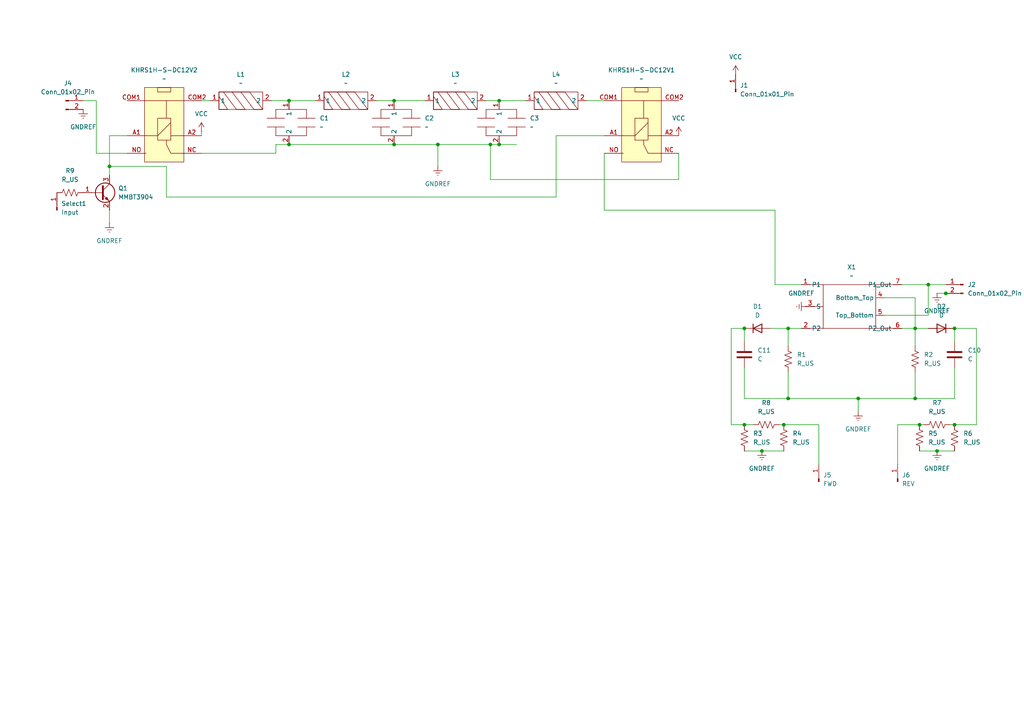
<source format=kicad_sch>
(kicad_sch (version 20250114) (generator "eeschema") (generator_version "9.0")
  (paper "A4")
  (lib_symbols
    (symbol "Connector:Conn_01x01_Pin" (pin_names (offset 1.016) (hide yes))
      (property "Reference" "J" (at 0 2.54 0))
      (property "Value" "Conn_01x01_Pin" (at 0 -2.54 0))
      (symbol "Conn_01x01_Pin_1_1"
        (rectangle (start 0.8636 0.127) (end 0 -0.127) (stroke (width 0.1524)) (fill (type outline)))
        (polyline (pts (xy 1.27 0) (xy 0.8636 0)) (stroke (width 0.1524)))
        (pin passive line (at 5.08 0 180) (length 3.81) (name "Pin_1") (number "1"))
      )
    )
    (symbol "Connector:Conn_01x02_Pin" (pin_names (offset 1.016) (hide yes))
      (property "Reference" "J" (at 0 2.54 0))
      (property "Value" "Conn_01x02_Pin" (at 0 -5.08 0))
      (symbol "Conn_01x02_Pin_1_1"
        (rectangle (start 0.8636 0.127) (end 0 -0.127) (stroke (width 0.1524)) (fill (type outline)))
        (rectangle (start 0.8636 -2.413) (end 0 -2.667) (stroke (width 0.1524)) (fill (type outline)))
        (polyline (pts (xy 1.27 0) (xy 0.8636 0)) (stroke (width 0.1524)))
        (polyline (pts (xy 1.27 -2.54) (xy 0.8636 -2.54)) (stroke (width 0.1524)))
        (pin passive line (at 5.08 0 180) (length 3.81) (name "Pin_1") (number "1"))
        (pin passive line (at 5.08 -2.54 180) (length 3.81) (name "Pin_2") (number "2"))
      )
    )
    (symbol "Device:C" (pin_numbers (hide yes)) (pin_names (offset 0.254))
      (property "Reference" "C" (at 0.635 2.54 0))
      (property "Value" "C" (at 0.635 -2.54 0))
      (symbol "C_0_1"
        (polyline (pts (xy -2.032 0.762) (xy 2.032 0.762)) (stroke (width 0.508)))
        (polyline (pts (xy -2.032 -0.762) (xy 2.032 -0.762)) (stroke (width 0.508)))
      )
      (symbol "C_1_1"
        (pin passive line (at 0 3.81 270) (length 2.794) (name "~") (number "1"))
        (pin passive line (at 0 -3.81 90) (length 2.794) (name "~") (number "2"))
      )
    )
    (symbol "Device:D" (pin_numbers (hide yes)) (pin_names (offset 1.016) (hide yes))
      (property "Reference" "D" (at 0 2.54 0))
      (property "Value" "D" (at 0 -2.54 0))
      (symbol "D_0_1"
        (polyline (pts (xy -1.27 1.27) (xy -1.27 -1.27)) (stroke (width 0.254)))
        (polyline (pts (xy 1.27 1.27) (xy 1.27 -1.27) (xy -1.27 0) (xy 1.27 1.27)) (stroke (width 0.254)))
        (polyline (pts (xy 1.27 0) (xy -1.27 0)))
      )
      (symbol "D_1_1"
        (pin passive line (at -3.81 0 0) (length 2.54) (name "K") (number "1"))
        (pin passive line (at 3.81 0 180) (length 2.54) (name "A") (number "2"))
      )
    )
    (symbol "Device:R_US" (pin_numbers (hide yes)) (pin_names (offset 0))
      (property "Reference" "R" (at 2.54 0 90))
      (property "Value" "R_US" (at -2.54 0 90))
      (symbol "R_US_0_1"
        (polyline (pts (xy 0 2.286) (xy 0 2.54)))
        (polyline (pts (xy 0 2.286) (xy 1.016 1.905) (xy 0 1.524) (xy -1.016 1.143) (xy 0 0.762)))
        (polyline (pts (xy 0 0.762) (xy 1.016 0.381) (xy 0 0) (xy -1.016 -0.381) (xy 0 -0.762)))
        (polyline (pts (xy 0 -0.762) (xy 1.016 -1.143) (xy 0 -1.524) (xy -1.016 -1.905) (xy 0 -2.286)))
        (polyline (pts (xy 0 -2.286) (xy 0 -2.54)))
      )
      (symbol "R_US_1_1"
        (pin passive line (at 0 3.81 270) (length 1.27) (name "~") (number "1"))
        (pin passive line (at 0 -3.81 90) (length 1.27) (name "~") (number "2"))
      )
    )
    (symbol "Filter Components:Cap_Pad_"
      (property "Reference" "C" (at 2.286 2.54 0))
      (symbol "Cap_Pad__0_1"
        (polyline (pts (xy 5.08 1.27) (xy 10.16 1.27) (xy 7.62 1.27) (xy 7.62 -1.27)))
        (polyline (pts (xy 7.62 6.35) (xy 7.62 3.81) (xy 5.08 3.81) (xy 10.16 3.81)))
        (polyline (pts (xy 7.62 -1.27) (xy 16.51 -1.27)))
        (polyline (pts (xy 13.97 1.27) (xy 19.05 1.27) (xy 16.51 1.27) (xy 16.51 -1.27)))
        (polyline (pts (xy 16.51 6.35) (xy 7.62 6.35)))
        (polyline (pts (xy 16.51 6.35) (xy 16.51 3.81) (xy 13.97 3.81) (xy 19.05 3.81)))
      )
      (symbol "Cap_Pad__1_1"
        (pin free line (at 11.43 8.89 270) (length 2.54) (name "1") (number "1"))
        (pin free line (at 11.43 -3.81 90) (length 2.54) (name "2") (number "2"))
      )
    )
    (symbol "Filter Components:HRS1H_"
      (property "Reference" "KHRS1H-S-DC12V" (at 8.636 -19.05 0))
      (symbol "HRS1H__0_1"
        (polyline (pts (xy 0 1.27) (xy 2.54 1.27)))
        (rectangle (start 2.54 5.08) (end 13.97 -16.51) (fill (type color) (color 255 255 194 1)))
        (polyline (pts (xy 2.54 1.27) (xy 13.97 1.27) (xy 7.62 1.27) (xy 8.89 1.27) (xy 8.89 -3.81)))
        (polyline (pts (xy 2.54 -8.89) (xy 5.08 -8.89)))
        (polyline (pts (xy 5.08 -8.89) (xy 6.35 -8.89)))
        (rectangle (start 6.35 5.08) (end 10.16 3.81))
        (rectangle (start 6.35 -3.81) (end 10.16 -10.16))
        (polyline (pts (xy 6.35 -8.89) (xy 10.16 -5.08)))
        (polyline (pts (xy 8.89 -10.16) (xy 8.89 -11.43) (xy 10.16 -13.97)))
        (polyline (pts (xy 10.16 -13.97) (xy 10.16 -13.97)))
        (polyline (pts (xy 10.16 -13.97) (xy 11.43 -13.97)))
        (polyline (pts (xy 11.43 -8.89) (xy 10.16 -8.89)))
        (polyline (pts (xy 11.43 -8.89) (xy 13.97 -8.89)))
        (polyline (pts (xy 11.43 -13.97) (xy 13.97 -13.97)))
        (polyline (pts (xy 16.51 1.27) (xy 13.97 1.27)))
      )
      (symbol "HRS1H__1_1"
        (pin passive line (at -2.54 1.27 0) (length 2.54) (name "") (number "COM1"))
        (pin passive line (at -2.54 -8.89 0) (length 5.54) (name "") (number "A1"))
        (pin passive line (at -2.54 -13.97 0) (length 5.54) (name "") (number "NO"))
        (pin passive line (at 19.05 1.27 180) (length 2.54) (name "") (number "COM2"))
        (pin passive line (at 19.05 -8.89 180) (length 5.54) (name "") (number "A2"))
        (pin passive line (at 19.05 -13.97 180) (length 5.54) (name "") (number "NC"))
      )
    )
    (symbol "Filter Components:L"
      (property "Reference" "L" (at 0 0 0))
      (symbol "L_0_1"
        (rectangle (start 3.81 5.08) (end 8.89 -7.62))
        (polyline (pts (xy 8.89 3.81) (xy 3.81 0) (xy 3.81 -2.54) (xy 8.89 1.27) (xy 8.89 -1.27) (xy 3.81 -5.08) (xy 3.81 -7.62) (xy 8.89 -3.81) (xy 8.89 5.08) (xy 3.81 5.08) (xy 3.81 2.54) (xy 7.62 5.08)))
      )
      (symbol "L_1_1"
        (pin free line (at 6.35 7.62 270) (length 2.54) (name "1") (number "1"))
        (pin free line (at 6.35 -10.16 90) (length 2.54) (name "2") (number "2"))
      )
    )
    (symbol "Josef's Tandem Match:Tandem_Xfrmr"
      (property "Reference" "X" (at 0 0 0))
      (symbol "Tandem_Xfrmr_0_1"
        (polyline (pts (xy -11.43 6.35) (xy -7.62 6.35)))
        (polyline (pts (xy -11.43 -6.35) (xy -7.62 -6.35)))
        (polyline (pts (xy -10.16 0) (xy -7.62 0)))
        (rectangle (start -7.62 6.35) (end 7.62 -6.35))
        (polyline (pts (xy 7.62 -6.35) (xy 12.7 -6.35)))
        (polyline (pts (xy 12.7 6.35) (xy 7.62 6.35)))
        (polyline (pts (xy 12.7 -6.35) (xy 12.7 -6.35)))
      )
      (symbol "Tandem_Xfrmr_1_1"
        (pin input line (at -13.97 6.35 0) (length 2.54) (name "P1") (number "1"))
        (pin input line (at -13.97 -6.35 0) (length 2.54) (name "P2") (number "2"))
        (pin input line (at -12.7 0 0) (length 2.54) (name "S") (number "3"))
        (pin input line (at 10.16 2.54 180) (length 2.54) (name "Bottom_Top") (number "4"))
        (pin input line (at 10.16 -2.54 180) (length 2.54) (name "Top_Bottom") (number "5"))
        (pin input line (at 15.24 6.35 180) (length 2.54) (name "P1_Out") (number "7"))
        (pin input line (at 15.24 -6.35 180) (length 2.54) (name "P2_Out") (number "6"))
      )
    )
    (symbol "Transistor_BJT:MMBT3904" (pin_names (offset 0) (hide yes))
      (property "Reference" "Q" (at 5.08 1.905 0))
      (property "Value" "MMBT3904" (at 5.08 0 0))
      (symbol "MMBT3904_0_1"
        (polyline (pts (xy -2.54 0) (xy 0.635 0)))
        (polyline (pts (xy 0.635 1.905) (xy 0.635 -1.905)) (stroke (width 0.508)))
        (circle (center 1.27 0) (radius 2.8194) (stroke (width 0.254)))
      )
      (symbol "MMBT3904_1_1"
        (polyline (pts (xy 0.635 0.635) (xy 2.54 2.54)))
        (polyline (pts (xy 0.635 -0.635) (xy 2.54 -2.54)))
        (polyline (pts (xy 1.27 -1.778) (xy 1.778 -1.27) (xy 2.286 -2.286) (xy 1.27 -1.778)) (fill (type outline)))
        (pin input line (at -5.08 0 0) (length 2.54) (name "B") (number "1"))
        (pin passive line (at 2.54 5.08 270) (length 2.54) (name "C") (number "3"))
        (pin passive line (at 2.54 -5.08 90) (length 2.54) (name "E") (number "2"))
      )
    )
    (symbol "power:GNDREF" (power) (pin_numbers (hide yes)) (pin_names (offset 0) (hide yes))
      (property "Value" "GNDREF" (at 0 -3.81 0))
      (symbol "GNDREF_0_1"
        (polyline (pts (xy -0.635 -1.905) (xy 0.635 -1.905)))
        (polyline (pts (xy -0.127 -2.54) (xy 0.127 -2.54)))
        (polyline (pts (xy 0 -1.27) (xy 0 0)))
        (polyline (pts (xy 1.27 -1.27) (xy -1.27 -1.27)))
      )
      (symbol "GNDREF_1_1"
        (pin power_in line (at 0 0 270) (length 0) (name "~") (number "1"))
      )
    )
    (symbol "power:VCC" (power) (pin_numbers (hide yes)) (pin_names (offset 0) (hide yes))
      (property "Value" "VCC" (at 0 3.556 0))
      (symbol "VCC_0_1"
        (polyline (pts (xy -0.762 1.27) (xy 0 2.54)))
        (polyline (pts (xy 0 2.54) (xy 0.762 1.27)))
        (polyline (pts (xy 0 0) (xy 0 2.54)))
      )
      (symbol "VCC_1_1"
        (pin power_in line (at 0 0 90) (length 0) (name "~") (number "1"))
      )
    )
  )
  (junction (at 248.92 115.57))
  (junction (at 228.6 95.25))
  (junction (at 31.75 48.26))
  (junction (at 215.9 95.25))
  (junction (at 266.7 123.19))
  (junction (at 144.78 29.21))
  (junction (at 276.86 95.25))
  (junction (at 220.98 130.81))
  (junction (at 228.6 115.57))
  (junction (at 265.43 95.25))
  (junction (at 83.82 29.21))
  (junction (at 142.24 41.91))
  (junction (at 269.24 82.55))
  (junction (at 227.33 123.19))
  (junction (at 144.78 41.91))
  (junction (at 215.9 123.19))
  (junction (at 265.43 115.57))
  (junction (at 276.86 123.19))
  (junction (at 271.78 130.81))
  (junction (at 114.3 41.91))
  (junction (at 127 41.91))
  (junction (at 114.3 29.21))
  (junction (at 274.32 85.09))
  (junction (at 83.82 41.91))
  (wire (pts (xy 80.01 41.91) (xy 80.01 44.45)))
  (wire (pts (xy 261.62 82.55) (xy 269.24 82.55)))
  (wire (pts (xy 109.22 29.21) (xy 114.3 29.21)))
  (wire (pts (xy 228.6 100.33) (xy 228.6 95.25)))
  (wire (pts (xy 283.21 95.25) (xy 283.21 123.19)))
  (wire (pts (xy 265.43 95.25) (xy 269.24 95.25)))
  (wire (pts (xy 83.82 41.91) (xy 114.3 41.91)))
  (wire (pts (xy 215.9 106.68) (xy 215.9 115.57)))
  (wire (pts (xy 144.78 29.21) (xy 152.4 29.21)))
  (wire (pts (xy 237.49 134.62) (xy 237.49 123.19)))
  (wire (pts (xy 215.9 123.19) (xy 218.44 123.19)))
  (wire (pts (xy 276.86 106.68) (xy 276.86 115.57)))
  (wire (pts (xy 265.43 115.57) (xy 265.43 107.95)))
  (wire (pts (xy 215.9 130.81) (xy 220.98 130.81)))
  (wire (pts (xy 266.7 130.81) (xy 271.78 130.81)))
  (wire (pts (xy 31.75 50.8) (xy 31.75 48.26)))
  (wire (pts (xy 269.24 82.55) (xy 274.32 82.55)))
  (wire (pts (xy 31.75 60.96) (xy 31.75 64.77)))
  (wire (pts (xy 271.78 130.81) (xy 276.86 130.81)))
  (wire (pts (xy 58.42 38.1) (xy 58.42 39.37)))
  (wire (pts (xy 283.21 123.19) (xy 276.86 123.19)))
  (wire (pts (xy 175.26 44.45) (xy 175.26 60.96)))
  (wire (pts (xy 161.29 57.15) (xy 48.26 57.15)))
  (wire (pts (xy 276.86 95.25) (xy 276.86 99.06)))
  (wire (pts (xy 215.9 95.25) (xy 212.09 95.25)))
  (wire (pts (xy 48.26 57.15) (xy 48.26 48.26)))
  (wire (pts (xy 228.6 95.25) (xy 232.41 95.25)))
  (wire (pts (xy 271.78 85.09) (xy 274.32 85.09)))
  (wire (pts (xy 114.3 29.21) (xy 123.19 29.21)))
  (wire (pts (xy 114.3 41.91) (xy 127 41.91)))
  (wire (pts (xy 83.82 29.21) (xy 91.44 29.21)))
  (wire (pts (xy 237.49 123.19) (xy 227.33 123.19)))
  (wire (pts (xy 248.92 115.57) (xy 248.92 119.38)))
  (wire (pts (xy 144.78 41.91) (xy 149.86 41.91)))
  (wire (pts (xy 226.06 123.19) (xy 227.33 123.19)))
  (wire (pts (xy 224.79 60.96) (xy 224.79 82.55)))
  (wire (pts (xy 212.09 123.19) (xy 215.9 123.19)))
  (wire (pts (xy 276.86 95.25) (xy 283.21 95.25)))
  (wire (pts (xy 127 41.91) (xy 142.24 41.91)))
  (wire (pts (xy 248.92 115.57) (xy 265.43 115.57)))
  (wire (pts (xy 27.94 44.45) (xy 36.83 44.45)))
  (wire (pts (xy 269.24 82.55) (xy 269.24 91.44)))
  (wire (pts (xy 265.43 115.57) (xy 276.86 115.57)))
  (wire (pts (xy 31.75 39.37) (xy 36.83 39.37)))
  (wire (pts (xy 215.9 95.25) (xy 215.9 99.06)))
  (wire (pts (xy 275.59 123.19) (xy 276.86 123.19)))
  (wire (pts (xy 142.24 41.91) (xy 142.24 52.07)))
  (wire (pts (xy 196.85 52.07) (xy 142.24 52.07)))
  (wire (pts (xy 48.26 48.26) (xy 31.75 48.26)))
  (wire (pts (xy 256.54 86.36) (xy 265.43 86.36)))
  (wire (pts (xy 228.6 107.95) (xy 228.6 115.57)))
  (wire (pts (xy 78.74 29.21) (xy 83.82 29.21)))
  (wire (pts (xy 31.75 48.26) (xy 31.75 39.37)))
  (wire (pts (xy 215.9 115.57) (xy 228.6 115.57)))
  (wire (pts (xy 127 41.91) (xy 127 48.26)))
  (wire (pts (xy 260.35 134.62) (xy 260.35 123.19)))
  (wire (pts (xy 265.43 95.25) (xy 265.43 100.33)))
  (wire (pts (xy 27.94 29.21) (xy 27.94 44.45)))
  (wire (pts (xy 140.97 29.21) (xy 144.78 29.21)))
  (wire (pts (xy 175.26 60.96) (xy 224.79 60.96)))
  (wire (pts (xy 260.35 123.19) (xy 266.7 123.19)))
  (wire (pts (xy 220.98 130.81) (xy 227.33 130.81)))
  (wire (pts (xy 142.24 41.91) (xy 144.78 41.91)))
  (wire (pts (xy 196.85 44.45) (xy 196.85 52.07)))
  (wire (pts (xy 175.26 39.37) (xy 161.29 39.37)))
  (wire (pts (xy 58.42 44.45) (xy 80.01 44.45)))
  (wire (pts (xy 223.52 95.25) (xy 228.6 95.25)))
  (wire (pts (xy 279.4 85.09) (xy 274.32 85.09)))
  (wire (pts (xy 58.42 29.21) (xy 60.96 29.21)))
  (wire (pts (xy 265.43 95.25) (xy 261.62 95.25)))
  (wire (pts (xy 228.6 115.57) (xy 248.92 115.57)))
  (wire (pts (xy 161.29 39.37) (xy 161.29 57.15)))
  (wire (pts (xy 80.01 41.91) (xy 83.82 41.91)))
  (wire (pts (xy 170.18 29.21) (xy 175.26 29.21)))
  (wire (pts (xy 256.54 91.44) (xy 269.24 91.44)))
  (wire (pts (xy 212.09 95.25) (xy 212.09 123.19)))
  (wire (pts (xy 224.79 82.55) (xy 232.41 82.55)))
  (wire (pts (xy 24.13 29.21) (xy 27.94 29.21)))
  (wire (pts (xy 266.7 123.19) (xy 267.97 123.19)))
  (wire (pts (xy 265.43 86.36) (xy 265.43 95.25)))
  (symbol (lib_id "power:VCC") (at 213.36 21.59 0) (unit 1)
    (property "Reference" "#PWR07" (effects (hide yes)))
    (property "Value" "VCC" (at 213.36 16.51 0))
    (property "Description" "Power symbol creates a global label with name \"VCC\"" (effects (hide yes)))
  )
  (symbol (lib_id "Device:R_US") (at 228.6 104.14 0) (unit 1)
    (property "Reference" "R1" (at 231.14 102.8699 0) (effects (justify left)))
    (property "Value" "R_US" (at 231.14 105.4099 0) (effects (justify left)))
    (property "Footprint" "Resistor_SMD:R_0805_2012Metric_Pad1.20x1.40mm_HandSolder" (effects (hide yes)))
    (property "Description" "Resistor, US symbol" (effects (hide yes)))
  )
  (symbol (lib_id "Device:R_US") (at 20.32 55.88 90) (unit 1)
    (property "Reference" "R9" (at 20.32 49.53 90))
    (property "Value" "R_US" (at 20.32 52.07 90))
    (property "Footprint" "Diode_SMD:D_0805_2012Metric_Pad1.15x1.40mm_HandSolder" (effects (hide yes)))
    (property "Description" "Resistor, US symbol" (effects (hide yes)))
  )
  (symbol (lib_id "Filter Components:L") (at 99.06 35.56 90) (unit 1)
    (property "Reference" "L2" (at 100.33 21.59 90))
    (property "Value" "~" (at 100.33 24.13 90))
    (property "Footprint" "Josef Library:Inductor Footprint No Hole" (effects (hide yes)))
  )
  (symbol (lib_id "Device:R_US") (at 276.86 127 0) (unit 1)
    (property "Reference" "R6" (at 279.4 125.7299 0) (effects (justify left)))
    (property "Value" "R_US" (at 279.4 128.2699 0) (effects (justify left)))
    (property "Footprint" "Resistor_SMD:R_0805_2012Metric_Pad1.20x1.40mm_HandSolder" (effects (hide yes)))
    (property "Description" "Resistor, US symbol" (effects (hide yes)))
  )
  (symbol (lib_id "Connector:Conn_01x01_Pin") (at 237.49 139.7 90) (unit 1)
    (property "Reference" "J5" (at 238.76 137.7949 90) (effects (justify right)))
    (property "Value" "FWD" (at 238.76 140.3349 90) (effects (justify right)))
    (property "Footprint" "Josef Library:Single Surface Mount Header" (effects (hide yes)))
    (property "Description" "Generic connector, single row, 01x01, script generated" (effects (hide yes)))
  )
  (symbol (lib_id "Filter Components:Cap_Pad_") (at 102.87 38.1 0) (unit 1)
    (property "Reference" "C2" (at 123.19 34.2899 0) (effects (justify left)))
    (property "Value" "~" (at 123.19 36.8299 0) (effects (justify left)))
    (property "Footprint" "Josef Library:Capacitor Footprint No Holes" (effects (hide yes)))
  )
  (symbol (lib_id "Filter Components:L") (at 68.58 35.56 90) (unit 1)
    (property "Reference" "L1" (at 69.85 21.59 90))
    (property "Value" "~" (at 69.85 24.13 90))
    (property "Footprint" "Josef Library:Inductor Footprint No Hole" (effects (hide yes)))
  )
  (symbol (lib_id "Josef's Tandem Match:Tandem_Xfrmr") (at 246.38 88.9 0) (unit 1)
    (property "Reference" "X1" (at 247.015 77.47 0))
    (property "Value" "~" (at 247.015 80.01 0))
    (property "Footprint" "Josef Library:Tandem Match" (effects (hide yes)))
  )
  (symbol (lib_id "Transistor_BJT:MMBT3904") (at 29.21 55.88 0) (unit 1)
    (property "Reference" "Q1" (at 34.29 54.6099 0) (effects (justify left)))
    (property "Value" "MMBT3904" (at 34.29 57.1499 0) (effects (justify left)))
    (property "Footprint" "Package_TO_SOT_SMD:SOT-23" (effects (hide yes)))
    (property "Datasheet" "https://www.onsemi.com/pdf/datasheet/pzt3904-d.pdf" (effects (hide yes)))
    (property "Description" "0.2A Ic, 40V Vce, Small Signal NPN Transistor, SOT-23" (effects (hide yes)))
  )
  (symbol (lib_id "Connector:Conn_01x01_Pin") (at 260.35 139.7 90) (unit 1)
    (property "Reference" "J6" (at 261.62 137.7949 90) (effects (justify right)))
    (property "Value" "REV" (at 261.62 140.3349 90) (effects (justify right)))
    (property "Footprint" "Josef Library:Single Surface Mount Header" (effects (hide yes)))
    (property "Description" "Generic connector, single row, 01x01, script generated" (effects (hide yes)))
  )
  (symbol (lib_id "Device:R_US") (at 227.33 127 0) (unit 1)
    (property "Reference" "R4" (at 229.87 125.7299 0) (effects (justify left)))
    (property "Value" "R_US" (at 229.87 128.2699 0) (effects (justify left)))
    (property "Footprint" "Resistor_SMD:R_0805_2012Metric_Pad1.20x1.40mm_HandSolder" (effects (hide yes)))
    (property "Description" "Resistor, US symbol" (effects (hide yes)))
  )
  (symbol (lib_id "Filter Components:L") (at 130.81 35.56 90) (unit 1)
    (property "Reference" "L3" (at 132.08 21.59 90))
    (property "Value" "~" (at 132.08 24.13 90))
    (property "Footprint" "Josef Library:Inductor Footprint No Hole" (effects (hide yes)))
  )
  (symbol (lib_id "power:VCC") (at 58.42 38.1 0) (unit 1)
    (property "Reference" "#PWR01" (effects (hide yes)))
    (property "Value" "VCC" (at 58.42 33.02 0))
    (property "Description" "Power symbol creates a global label with name \"VCC\"" (effects (hide yes)))
  )
  (symbol (lib_id "power:GNDREF") (at 127 48.26 0) (unit 1)
    (property "Reference" "#PWR03" (effects (hide yes)))
    (property "Value" "GNDREF" (at 127 53.34 0))
    (property "Description" "Power symbol creates a global label with name \"GNDREF\" , reference supply ground" (effects (hide yes)))
  )
  (symbol (lib_id "power:GNDREF") (at 24.13 31.75 0) (unit 1)
    (property "Reference" "#PWR05" (effects (hide yes)))
    (property "Value" "GNDREF" (at 24.13 36.83 0))
    (property "Description" "Power symbol creates a global label with name \"GNDREF\" , reference supply ground" (effects (hide yes)))
  )
  (symbol (lib_id "Connector:Conn_01x01_Pin") (at 213.36 26.67 90) (unit 1)
    (property "Reference" "J1" (at 214.63 24.7649 90) (effects (justify right)))
    (property "Value" "Conn_01x01_Pin" (at 214.63 27.3049 90) (effects (justify right)))
    (property "Footprint" "Josef Library:Single Surface Mount Header" (effects (hide yes)))
    (property "Description" "Generic connector, single row, 01x01, script generated" (effects (hide yes)))
  )
  (symbol (lib_id "Filter Components:Cap_Pad_") (at 133.35 38.1 0) (unit 1)
    (property "Reference" "C3" (at 153.67 34.2899 0) (effects (justify left)))
    (property "Value" "~" (at 153.67 36.8299 0) (effects (justify left)))
    (property "Footprint" "Josef Library:Capacitor Footprint No Holes" (effects (hide yes)))
  )
  (symbol (lib_id "power:GNDREF") (at 271.78 130.81 0) (unit 1)
    (property "Reference" "#PWR010" (effects (hide yes)))
    (property "Value" "GNDREF" (at 271.78 135.89 0))
    (property "Description" "Power symbol creates a global label with name \"GNDREF\" , reference supply ground" (effects (hide yes)))
  )
  (symbol (lib_id "Filter Components:HRS1H_") (at 177.8 30.48 0) (unit 1)
    (property "Reference" "KHRS1H-S-DC12V1" (at 186.055 20.32 0))
    (property "Value" "~" (at 186.055 22.86 0))
    (property "Footprint" "Josef Library:HRS1H Relay No Hole" (effects (hide yes)))
  )
  (symbol (lib_id "Device:R_US") (at 271.78 123.19 90) (unit 1)
    (property "Reference" "R7" (at 271.78 116.84 90))
    (property "Value" "R_US" (at 271.78 119.38 90))
    (property "Footprint" "Resistor_SMD:R_0805_2012Metric_Pad1.20x1.40mm_HandSolder" (effects (hide yes)))
    (property "Description" "Resistor, US symbol" (effects (hide yes)))
  )
  (symbol (lib_id "Device:C") (at 276.86 102.87 0) (unit 1)
    (property "Reference" "C10" (at 280.67 101.5999 0) (effects (justify left)))
    (property "Value" "C" (at 280.67 104.1399 0) (effects (justify left)))
    (property "Footprint" "Capacitor_SMD:C_0805_2012Metric_Pad1.18x1.45mm_HandSolder" (effects (hide yes)))
    (property "Description" "Unpolarized capacitor" (effects (hide yes)))
  )
  (symbol (lib_id "Device:D") (at 219.71 95.25 0) (unit 1)
    (property "Reference" "D1" (at 219.71 88.9 0))
    (property "Value" "D" (at 219.71 91.44 0))
    (property "Footprint" "Josef Library:Through Hole Resistor" (effects (hide yes)))
    (property "Description" "Diode" (effects (hide yes)))
    (property "Sim.Device" "D" (effects (hide yes)))
    (property "Sim.Pins" "1=K 2=A" (effects (hide yes)))
  )
  (symbol (lib_id "power:GNDREF") (at 220.98 130.81 0) (unit 1)
    (property "Reference" "#PWR09" (effects (hide yes)))
    (property "Value" "GNDREF" (at 220.98 135.89 0))
    (property "Description" "Power symbol creates a global label with name \"GNDREF\" , reference supply ground" (effects (hide yes)))
  )
  (symbol (lib_id "power:GNDREF") (at 233.68 88.9 270) (unit 1)
    (property "Reference" "#PWR04" (effects (hide yes)))
    (property "Value" "GNDREF" (at 232.41 85.09 90))
    (property "Description" "Power symbol creates a global label with name \"GNDREF\" , reference supply ground" (effects (hide yes)))
  )
  (symbol (lib_id "power:GNDREF") (at 271.78 85.09 0) (unit 1)
    (property "Reference" "#PWR011" (effects (hide yes)))
    (property "Value" "GNDREF" (at 271.78 90.17 0))
    (property "Description" "Power symbol creates a global label with name \"GNDREF\" , reference supply ground" (effects (hide yes)))
  )
  (symbol (lib_id "Device:R_US") (at 222.25 123.19 90) (unit 1)
    (property "Reference" "R8" (at 222.25 116.84 90))
    (property "Value" "R_US" (at 222.25 119.38 90))
    (property "Footprint" "Resistor_SMD:R_0805_2012Metric_Pad1.20x1.40mm_HandSolder" (effects (hide yes)))
    (property "Description" "Resistor, US symbol" (effects (hide yes)))
  )
  (symbol (lib_id "Device:R_US") (at 265.43 104.14 0) (unit 1)
    (property "Reference" "R2" (at 267.97 102.8699 0) (effects (justify left)))
    (property "Value" "R_US" (at 267.97 105.4099 0) (effects (justify left)))
    (property "Footprint" "Resistor_SMD:R_0805_2012Metric_Pad1.20x1.40mm_HandSolder" (effects (hide yes)))
    (property "Description" "Resistor, US symbol" (effects (hide yes)))
  )
  (symbol (lib_id "Connector:Conn_01x01_Pin") (at 16.51 60.96 90) (unit 1)
    (property "Reference" "Select1" (at 17.78 59.0549 90) (effects (justify right)))
    (property "Value" "Input" (at 17.78 61.5949 90) (effects (justify right)))
    (property "Footprint" "Josef Library:Single Surface Mount Header" (effects (hide yes)))
    (property "Description" "Generic connector, single row, 01x01, script generated" (effects (hide yes)))
  )
  (symbol (lib_id "Filter Components:L") (at 160.02 35.56 90) (unit 1)
    (property "Reference" "L4" (at 161.29 21.59 90))
    (property "Value" "~" (at 161.29 24.13 90))
    (property "Footprint" "Josef Library:Inductor Footprint No Hole" (effects (hide yes)))
  )
  (symbol (lib_id "Filter Components:HRS1H_") (at 39.37 30.48 0) (unit 1)
    (property "Reference" "KHRS1H-S-DC12V2" (at 47.625 20.32 0))
    (property "Value" "~" (at 47.625 22.86 0))
    (property "Footprint" "Josef Library:HRS1H Relay No Hole" (effects (hide yes)))
  )
  (symbol (lib_id "power:GNDREF") (at 31.75 64.77 0) (unit 1)
    (property "Reference" "#PWR06" (effects (hide yes)))
    (property "Value" "GNDREF" (at 31.75 69.85 0))
    (property "Description" "Power symbol creates a global label with name \"GNDREF\" , reference supply ground" (effects (hide yes)))
  )
  (symbol (lib_id "Device:D") (at 273.05 95.25 0) (mirror y) (unit 1)
    (property "Reference" "D2" (at 273.05 88.9 0))
    (property "Value" "D" (at 273.05 91.44 0))
    (property "Footprint" "Josef Library:Through Hole Resistor" (effects (hide yes)))
    (property "Description" "Diode" (effects (hide yes)))
    (property "Sim.Device" "D" (effects (hide yes)))
    (property "Sim.Pins" "1=K 2=A" (effects (hide yes)))
  )
  (symbol (lib_id "power:GNDREF") (at 248.92 119.38 0) (unit 1)
    (property "Reference" "#PWR08" (effects (hide yes)))
    (property "Value" "GNDREF" (at 248.92 124.46 0))
    (property "Description" "Power symbol creates a global label with name \"GNDREF\" , reference supply ground" (effects (hide yes)))
  )
  (symbol (lib_id "Device:R_US") (at 266.7 127 0) (unit 1)
    (property "Reference" "R5" (at 269.24 125.7299 0) (effects (justify left)))
    (property "Value" "R_US" (at 269.24 128.2699 0) (effects (justify left)))
    (property "Footprint" "Resistor_SMD:R_0805_2012Metric_Pad1.20x1.40mm_HandSolder" (effects (hide yes)))
    (property "Description" "Resistor, US symbol" (effects (hide yes)))
  )
  (symbol (lib_id "Filter Components:Cap_Pad_") (at 72.39 38.1 0) (unit 1)
    (property "Reference" "C1" (at 92.71 34.2899 0) (effects (justify left)))
    (property "Value" "~" (at 92.71 36.8299 0) (effects (justify left)))
    (property "Footprint" "Josef Library:Capacitor Footprint No Holes" (effects (hide yes)))
  )
  (symbol (lib_id "power:VCC") (at 196.85 39.37 0) (unit 1)
    (property "Reference" "#PWR02" (effects (hide yes)))
    (property "Value" "VCC" (at 196.85 34.29 0))
    (property "Description" "Power symbol creates a global label with name \"VCC\"" (effects (hide yes)))
  )
  (symbol (lib_id "Device:C") (at 215.9 102.87 0) (unit 1)
    (property "Reference" "C11" (at 219.71 101.5999 0) (effects (justify left)))
    (property "Value" "C" (at 219.71 104.1399 0) (effects (justify left)))
    (property "Footprint" "Capacitor_SMD:C_0805_2012Metric_Pad1.18x1.45mm_HandSolder" (effects (hide yes)))
    (property "Description" "Unpolarized capacitor" (effects (hide yes)))
  )
  (symbol (lib_id "Device:R_US") (at 215.9 127 0) (unit 1)
    (property "Reference" "R3" (at 218.44 125.7299 0) (effects (justify left)))
    (property "Value" "R_US" (at 218.44 128.2699 0) (effects (justify left)))
    (property "Footprint" "Resistor_SMD:R_0805_2012Metric_Pad1.20x1.40mm_HandSolder" (effects (hide yes)))
    (property "Description" "Resistor, US symbol" (effects (hide yes)))
  )
  (symbol (lib_id "Connector:Conn_01x02_Pin") (at 279.4 82.55 0) (mirror y) (unit 1)
    (property "Reference" "J2" (at 280.67 82.5499 0) (effects (justify right)))
    (property "Value" "Conn_01x02_Pin" (at 280.67 85.0899 0) (effects (justify right)))
    (property "Footprint" "Josef Library:Surface Mount Header 2 Pin" (effects (hide yes)))
    (property "Description" "Generic connector, single row, 01x02, script generated" (effects (hide yes)))
  )
  (symbol (lib_id "Connector:Conn_01x02_Pin") (at 19.05 29.21 0) (unit 1)
    (property "Reference" "J4" (at 19.685 24.13 0))
    (property "Value" "Conn_01x02_Pin" (at 19.685 26.67 0))
    (property "Footprint" "Josef Library:Surface Mount Header 2 Pin" (effects (hide yes)))
    (property "Description" "Generic connector, single row, 01x02, script generated" (effects (hide yes)))
  )
)
</source>
